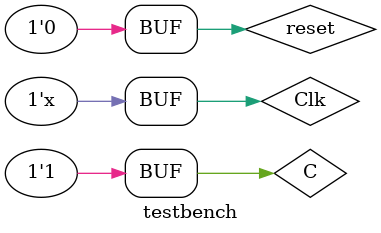
<source format=v>
`timescale 1ns / 1ps

module traffic_control(
    output MR,
    output MY,
    output MG,
    output SR,
    output SY,
    output SG,
    input reset,
    input C,
    input Clk
);
    // Internal Signals
    wire TS, TL, ST;

    // Timer Submodule
    reg [3:0] value;
    assign TS = (value >= 4);
    assign TL = (value >= 14);

    always @(posedge ST or posedge Clk) begin
        if (ST == 1) begin
            value <= 0;
        end else begin
            value <= value + 1;
        end
    end

    // FSM Submodule
    reg [6:1] state;
    reg internal_ST;

    parameter mainroadgreen = 6'b001100;
    parameter mainroadyellow = 6'b010100;
    parameter sideroadgreen = 6'b100001;
    parameter sideroadyellow = 6'b100010;

    assign MR = state[6];
    assign MY = state[5];
    assign MG = state[4];
    assign SR = state[3];
    assign SY = state[2];
    assign SG = state[1];
    assign ST = internal_ST;

    initial begin
        state = mainroadgreen;
        internal_ST = 0;
    end

    always @(posedge Clk) begin
        if (reset) begin
            state <= mainroadgreen;
            internal_ST <= 1;
        end else begin
            internal_ST <= 0;
            case (state)
                mainroadgreen:
                    if (TL & C) begin
                        state <= mainroadyellow;
                        internal_ST <= 1;
                    end
                mainroadyellow:
                    if (TS) begin
                        state <= sideroadgreen;
                        internal_ST <= 1;
                    end
                sideroadgreen:
                    if (TL | !C) begin
                        state <= sideroadyellow;
                        internal_ST <= 1;
                    end
                sideroadyellow:
                    if (TS) begin
                        state <= mainroadgreen;
                        internal_ST <= 1;
                    end
            endcase
        end
    end

endmodule

// Testbench
module testbench;
    wire MR, MY, MG, SR, SY, SG, ST;
    reg C, reset, Clk;

    // Instantiate the design under test (DUT)
    traffic_control uut (
        .MR(MR), 
        .MY(MY), 
        .MG(MG), 
        .SR(SR), 
        .SY(SY), 
        .SG(SG), 
        .reset(reset), 
        .C(C), 
        .Clk(Clk)
    );

    initial begin
        C = 0;
        reset = 1;
        Clk = 0;
        #50; reset = 0; C = 1;
        #200; C = 0;
        #200; C = 1;
        #200; reset = 1;
        #50; reset = 0;
    end

    always begin
        #50 Clk = ~Clk;
    end
endmodule


</source>
